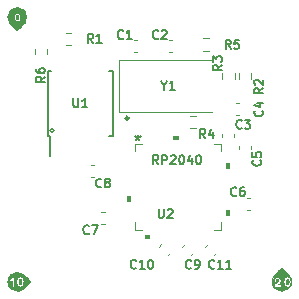
<source format=gto>
G04 #@! TF.GenerationSoftware,KiCad,Pcbnew,(6.0.0-0)*
G04 #@! TF.CreationDate,2022-05-15T17:03:53+02:00*
G04 #@! TF.ProjectId,rp2040_stamp,72703230-3430-45f7-9374-616d702e6b69,rev?*
G04 #@! TF.SameCoordinates,Original*
G04 #@! TF.FileFunction,Legend,Top*
G04 #@! TF.FilePolarity,Positive*
%FSLAX46Y46*%
G04 Gerber Fmt 4.6, Leading zero omitted, Abs format (unit mm)*
G04 Created by KiCad (PCBNEW (6.0.0-0)) date 2022-05-15 17:03:53*
%MOMM*%
%LPD*%
G01*
G04 APERTURE LIST*
%ADD10C,0.150000*%
%ADD11C,0.400000*%
%ADD12C,0.110000*%
%ADD13C,0.281155*%
%ADD14C,0.100000*%
%ADD15C,0.120000*%
%ADD16C,0.010000*%
G04 APERTURE END LIST*
D10*
X140799999Y-117300000D02*
X141399999Y-116700000D01*
D11*
X140950000Y-94300000D02*
G75*
G03*
X140950000Y-94300000I-650000J0D01*
G01*
D12*
X163500000Y-116700000D02*
G75*
G03*
X163500000Y-116700000I-800000J0D01*
G01*
D10*
X141000000Y-116350000D02*
X141100000Y-116800000D01*
X141100000Y-116800000D02*
X140825000Y-117250000D01*
X140825000Y-117250000D02*
X140625000Y-117375000D01*
X140625000Y-117375000D02*
X140375000Y-117450000D01*
X140375000Y-117450000D02*
X139925000Y-117350000D01*
X139925000Y-117350000D02*
X139725000Y-117175000D01*
X139725000Y-117175000D02*
X140700000Y-117275000D01*
X140700000Y-117275000D02*
X140900000Y-117000000D01*
X140900000Y-117000000D02*
X140950000Y-116550000D01*
X140950000Y-116550000D02*
X140825000Y-116225000D01*
X140825000Y-116225000D02*
X141000000Y-116350000D01*
G36*
X141000000Y-116350000D02*
G01*
X141100000Y-116800000D01*
X140825000Y-117250000D01*
X140625000Y-117375000D01*
X140375000Y-117450000D01*
X139925000Y-117350000D01*
X139725000Y-117175000D01*
X140700000Y-117275000D01*
X140900000Y-117000000D01*
X140950000Y-116550000D01*
X140825000Y-116225000D01*
X141000000Y-116350000D01*
G37*
X141000000Y-116350000D02*
X141100000Y-116800000D01*
X140825000Y-117250000D01*
X140625000Y-117375000D01*
X140375000Y-117450000D01*
X139925000Y-117350000D01*
X139725000Y-117175000D01*
X140700000Y-117275000D01*
X140900000Y-117000000D01*
X140950000Y-116550000D01*
X140825000Y-116225000D01*
X141000000Y-116350000D01*
X163300000Y-116200001D02*
X162700000Y-115600001D01*
X140300000Y-95400000D02*
X140900000Y-94800000D01*
X162700000Y-115600001D02*
X162100000Y-116200001D01*
D13*
X149740577Y-102850000D02*
G75*
G03*
X149740577Y-102850000I-140577J0D01*
G01*
D10*
X163050000Y-117350000D02*
X162700000Y-117450000D01*
X162700000Y-117450000D02*
X162350000Y-117350000D01*
X162350000Y-117350000D02*
X162150000Y-117200000D01*
X162150000Y-117200000D02*
X163250000Y-117200000D01*
X163250000Y-117200000D02*
X163050000Y-117350000D01*
G36*
X163050000Y-117350000D02*
G01*
X162700000Y-117450000D01*
X162350000Y-117350000D01*
X162150000Y-117200000D01*
X163250000Y-117200000D01*
X163050000Y-117350000D01*
G37*
X163050000Y-117350000D02*
X162700000Y-117450000D01*
X162350000Y-117350000D01*
X162150000Y-117200000D01*
X163250000Y-117200000D01*
X163050000Y-117350000D01*
X162700000Y-115600001D02*
X163000000Y-115900001D01*
X163000000Y-115900001D02*
X162400000Y-115900001D01*
X162400000Y-115900001D02*
X162700000Y-115600001D01*
G36*
X163000000Y-115900001D02*
G01*
X162400000Y-115900001D01*
X162700000Y-115600001D01*
X163000000Y-115900001D01*
G37*
X163000000Y-115900001D02*
X162400000Y-115900001D01*
X162700000Y-115600001D01*
X163000000Y-115900001D01*
D12*
X141100000Y-116700000D02*
G75*
G03*
X141100000Y-116700000I-800000J0D01*
G01*
D10*
X140300000Y-95400000D02*
X140000000Y-95100000D01*
X140000000Y-95100000D02*
X140600000Y-95100000D01*
X140600000Y-95100000D02*
X140300000Y-95400000D01*
G36*
X140300000Y-95400000D02*
G01*
X140000000Y-95100000D01*
X140600000Y-95100000D01*
X140300000Y-95400000D01*
G37*
X140300000Y-95400000D02*
X140000000Y-95100000D01*
X140600000Y-95100000D01*
X140300000Y-95400000D01*
X140750000Y-116100000D02*
X139850000Y-116100000D01*
X139850000Y-116100000D02*
X140300000Y-115950000D01*
X140300000Y-115950000D02*
X140750000Y-116100000D01*
G36*
X140750000Y-116100000D02*
G01*
X139850000Y-116100000D01*
X140300000Y-115950000D01*
X140750000Y-116100000D01*
G37*
X140750000Y-116100000D02*
X139850000Y-116100000D01*
X140300000Y-115950000D01*
X140750000Y-116100000D01*
X141399999Y-116700000D02*
X140799999Y-116100000D01*
X163100000Y-116100000D02*
X162300000Y-116100000D01*
X162300000Y-116100000D02*
X162400000Y-115900001D01*
X162400000Y-115900001D02*
X163000000Y-115900001D01*
X163000000Y-115900001D02*
X163100000Y-116100000D01*
G36*
X163100000Y-116100000D02*
G01*
X162300000Y-116100000D01*
X162400000Y-115900001D01*
X163000000Y-115900001D01*
X163100000Y-116100000D01*
G37*
X163100000Y-116100000D02*
X162300000Y-116100000D01*
X162400000Y-115900001D01*
X163000000Y-115900001D01*
X163100000Y-116100000D01*
X139700000Y-94800000D02*
X140300000Y-95400000D01*
D14*
X139575000Y-116950000D02*
X139525000Y-116700000D01*
X139525000Y-116700000D02*
X139575000Y-116400000D01*
X139575000Y-116400000D02*
X139575000Y-116950000D01*
G36*
X139575000Y-116950000D02*
G01*
X139525000Y-116700000D01*
X139575000Y-116400000D01*
X139575000Y-116950000D01*
G37*
X139575000Y-116950000D02*
X139525000Y-116700000D01*
X139575000Y-116400000D01*
X139575000Y-116950000D01*
D10*
X141399999Y-116700000D02*
X141099999Y-117000000D01*
X141099999Y-117000000D02*
X141099999Y-116400000D01*
X141099999Y-116400000D02*
X141399999Y-116700000D01*
G36*
X141399999Y-116700000D02*
G01*
X141099999Y-117000000D01*
X141099999Y-116400000D01*
X141399999Y-116700000D01*
G37*
X141399999Y-116700000D02*
X141099999Y-117000000D01*
X141099999Y-116400000D01*
X141399999Y-116700000D01*
X143392705Y-103875000D02*
G75*
G03*
X143392705Y-103875000I-167705J0D01*
G01*
X158375000Y-96964285D02*
X158125000Y-96607142D01*
X157946428Y-96964285D02*
X157946428Y-96214285D01*
X158232142Y-96214285D01*
X158303571Y-96250000D01*
X158339285Y-96285714D01*
X158375000Y-96357142D01*
X158375000Y-96464285D01*
X158339285Y-96535714D01*
X158303571Y-96571428D01*
X158232142Y-96607142D01*
X157946428Y-96607142D01*
X159053571Y-96214285D02*
X158696428Y-96214285D01*
X158660714Y-96571428D01*
X158696428Y-96535714D01*
X158767857Y-96500000D01*
X158946428Y-96500000D01*
X159017857Y-96535714D01*
X159053571Y-96571428D01*
X159089285Y-96642857D01*
X159089285Y-96821428D01*
X159053571Y-96892857D01*
X159017857Y-96928571D01*
X158946428Y-96964285D01*
X158767857Y-96964285D01*
X158696428Y-96928571D01*
X158660714Y-96892857D01*
X159300000Y-103667857D02*
X159264285Y-103703571D01*
X159157142Y-103739285D01*
X159085714Y-103739285D01*
X158978571Y-103703571D01*
X158907142Y-103632142D01*
X158871428Y-103560714D01*
X158835714Y-103417857D01*
X158835714Y-103310714D01*
X158871428Y-103167857D01*
X158907142Y-103096428D01*
X158978571Y-103025000D01*
X159085714Y-102989285D01*
X159157142Y-102989285D01*
X159264285Y-103025000D01*
X159300000Y-103060714D01*
X159550000Y-102989285D02*
X160014285Y-102989285D01*
X159764285Y-103275000D01*
X159871428Y-103275000D01*
X159942857Y-103310714D01*
X159978571Y-103346428D01*
X160014285Y-103417857D01*
X160014285Y-103596428D01*
X159978571Y-103667857D01*
X159942857Y-103703571D01*
X159871428Y-103739285D01*
X159657142Y-103739285D01*
X159585714Y-103703571D01*
X159550000Y-103667857D01*
X155025000Y-115517857D02*
X154989285Y-115553571D01*
X154882142Y-115589285D01*
X154810714Y-115589285D01*
X154703571Y-115553571D01*
X154632142Y-115482142D01*
X154596428Y-115410714D01*
X154560714Y-115267857D01*
X154560714Y-115160714D01*
X154596428Y-115017857D01*
X154632142Y-114946428D01*
X154703571Y-114875000D01*
X154810714Y-114839285D01*
X154882142Y-114839285D01*
X154989285Y-114875000D01*
X155025000Y-114910714D01*
X155382142Y-115589285D02*
X155525000Y-115589285D01*
X155596428Y-115553571D01*
X155632142Y-115517857D01*
X155703571Y-115410714D01*
X155739285Y-115267857D01*
X155739285Y-114982142D01*
X155703571Y-114910714D01*
X155667857Y-114875000D01*
X155596428Y-114839285D01*
X155453571Y-114839285D01*
X155382142Y-114875000D01*
X155346428Y-114910714D01*
X155310714Y-114982142D01*
X155310714Y-115160714D01*
X155346428Y-115232142D01*
X155382142Y-115267857D01*
X155453571Y-115303571D01*
X155596428Y-115303571D01*
X155667857Y-115267857D01*
X155703571Y-115232142D01*
X155739285Y-115160714D01*
X146725000Y-96464285D02*
X146475000Y-96107142D01*
X146296428Y-96464285D02*
X146296428Y-95714285D01*
X146582142Y-95714285D01*
X146653571Y-95750000D01*
X146689285Y-95785714D01*
X146725000Y-95857142D01*
X146725000Y-95964285D01*
X146689285Y-96035714D01*
X146653571Y-96071428D01*
X146582142Y-96107142D01*
X146296428Y-96107142D01*
X147439285Y-96464285D02*
X147010714Y-96464285D01*
X147225000Y-96464285D02*
X147225000Y-95714285D01*
X147153571Y-95821428D01*
X147082142Y-95892857D01*
X147010714Y-95928571D01*
X156992857Y-115517857D02*
X156957142Y-115553571D01*
X156850000Y-115589285D01*
X156778571Y-115589285D01*
X156671428Y-115553571D01*
X156600000Y-115482142D01*
X156564285Y-115410714D01*
X156528571Y-115267857D01*
X156528571Y-115160714D01*
X156564285Y-115017857D01*
X156600000Y-114946428D01*
X156671428Y-114875000D01*
X156778571Y-114839285D01*
X156850000Y-114839285D01*
X156957142Y-114875000D01*
X156992857Y-114910714D01*
X157707142Y-115589285D02*
X157278571Y-115589285D01*
X157492857Y-115589285D02*
X157492857Y-114839285D01*
X157421428Y-114946428D01*
X157350000Y-115017857D01*
X157278571Y-115053571D01*
X158421428Y-115589285D02*
X157992857Y-115589285D01*
X158207142Y-115589285D02*
X158207142Y-114839285D01*
X158135714Y-114946428D01*
X158064285Y-115017857D01*
X157992857Y-115053571D01*
X142639285Y-99325000D02*
X142282142Y-99575000D01*
X142639285Y-99753571D02*
X141889285Y-99753571D01*
X141889285Y-99467857D01*
X141925000Y-99396428D01*
X141960714Y-99360714D01*
X142032142Y-99325000D01*
X142139285Y-99325000D01*
X142210714Y-99360714D01*
X142246428Y-99396428D01*
X142282142Y-99467857D01*
X142282142Y-99753571D01*
X141889285Y-98682142D02*
X141889285Y-98825000D01*
X141925000Y-98896428D01*
X141960714Y-98932142D01*
X142067857Y-99003571D01*
X142210714Y-99039285D01*
X142496428Y-99039285D01*
X142567857Y-99003571D01*
X142603571Y-98967857D01*
X142639285Y-98896428D01*
X142639285Y-98753571D01*
X142603571Y-98682142D01*
X142567857Y-98646428D01*
X142496428Y-98610714D01*
X142317857Y-98610714D01*
X142246428Y-98646428D01*
X142210714Y-98682142D01*
X142175000Y-98753571D01*
X142175000Y-98896428D01*
X142210714Y-98967857D01*
X142246428Y-99003571D01*
X142317857Y-99039285D01*
X157614285Y-98325000D02*
X157257142Y-98575000D01*
X157614285Y-98753571D02*
X156864285Y-98753571D01*
X156864285Y-98467857D01*
X156900000Y-98396428D01*
X156935714Y-98360714D01*
X157007142Y-98325000D01*
X157114285Y-98325000D01*
X157185714Y-98360714D01*
X157221428Y-98396428D01*
X157257142Y-98467857D01*
X157257142Y-98753571D01*
X156864285Y-98075000D02*
X156864285Y-97610714D01*
X157150000Y-97860714D01*
X157150000Y-97753571D01*
X157185714Y-97682142D01*
X157221428Y-97646428D01*
X157292857Y-97610714D01*
X157471428Y-97610714D01*
X157542857Y-97646428D01*
X157578571Y-97682142D01*
X157614285Y-97753571D01*
X157614285Y-97967857D01*
X157578571Y-98039285D01*
X157542857Y-98075000D01*
X161042857Y-102200000D02*
X161078571Y-102235714D01*
X161114285Y-102342857D01*
X161114285Y-102414285D01*
X161078571Y-102521428D01*
X161007142Y-102592857D01*
X160935714Y-102628571D01*
X160792857Y-102664285D01*
X160685714Y-102664285D01*
X160542857Y-102628571D01*
X160471428Y-102592857D01*
X160400000Y-102521428D01*
X160364285Y-102414285D01*
X160364285Y-102342857D01*
X160400000Y-102235714D01*
X160435714Y-102200000D01*
X160614285Y-101557142D02*
X161114285Y-101557142D01*
X160328571Y-101735714D02*
X160864285Y-101914285D01*
X160864285Y-101450000D01*
X145053571Y-101164285D02*
X145053571Y-101771428D01*
X145089285Y-101842857D01*
X145125000Y-101878571D01*
X145196428Y-101914285D01*
X145339285Y-101914285D01*
X145410714Y-101878571D01*
X145446428Y-101842857D01*
X145482142Y-101771428D01*
X145482142Y-101164285D01*
X146232142Y-101914285D02*
X145803571Y-101914285D01*
X146017857Y-101914285D02*
X146017857Y-101164285D01*
X145946428Y-101271428D01*
X145875000Y-101342857D01*
X145803571Y-101378571D01*
X150367857Y-115517857D02*
X150332142Y-115553571D01*
X150225000Y-115589285D01*
X150153571Y-115589285D01*
X150046428Y-115553571D01*
X149975000Y-115482142D01*
X149939285Y-115410714D01*
X149903571Y-115267857D01*
X149903571Y-115160714D01*
X149939285Y-115017857D01*
X149975000Y-114946428D01*
X150046428Y-114875000D01*
X150153571Y-114839285D01*
X150225000Y-114839285D01*
X150332142Y-114875000D01*
X150367857Y-114910714D01*
X151082142Y-115589285D02*
X150653571Y-115589285D01*
X150867857Y-115589285D02*
X150867857Y-114839285D01*
X150796428Y-114946428D01*
X150725000Y-115017857D01*
X150653571Y-115053571D01*
X151546428Y-114839285D02*
X151617857Y-114839285D01*
X151689285Y-114875000D01*
X151725000Y-114910714D01*
X151760714Y-114982142D01*
X151796428Y-115125000D01*
X151796428Y-115303571D01*
X151760714Y-115446428D01*
X151725000Y-115517857D01*
X151689285Y-115553571D01*
X151617857Y-115589285D01*
X151546428Y-115589285D01*
X151475000Y-115553571D01*
X151439285Y-115517857D01*
X151403571Y-115446428D01*
X151367857Y-115303571D01*
X151367857Y-115125000D01*
X151403571Y-114982142D01*
X151439285Y-114910714D01*
X151475000Y-114875000D01*
X151546428Y-114839285D01*
X160892857Y-106425000D02*
X160928571Y-106460714D01*
X160964285Y-106567857D01*
X160964285Y-106639285D01*
X160928571Y-106746428D01*
X160857142Y-106817857D01*
X160785714Y-106853571D01*
X160642857Y-106889285D01*
X160535714Y-106889285D01*
X160392857Y-106853571D01*
X160321428Y-106817857D01*
X160250000Y-106746428D01*
X160214285Y-106639285D01*
X160214285Y-106567857D01*
X160250000Y-106460714D01*
X160285714Y-106425000D01*
X160214285Y-105746428D02*
X160214285Y-106103571D01*
X160571428Y-106139285D01*
X160535714Y-106103571D01*
X160500000Y-106032142D01*
X160500000Y-105853571D01*
X160535714Y-105782142D01*
X160571428Y-105746428D01*
X160642857Y-105710714D01*
X160821428Y-105710714D01*
X160892857Y-105746428D01*
X160928571Y-105782142D01*
X160964285Y-105853571D01*
X160964285Y-106032142D01*
X160928571Y-106103571D01*
X160892857Y-106139285D01*
X147425000Y-108642857D02*
X147389285Y-108678571D01*
X147282142Y-108714285D01*
X147210714Y-108714285D01*
X147103571Y-108678571D01*
X147032142Y-108607142D01*
X146996428Y-108535714D01*
X146960714Y-108392857D01*
X146960714Y-108285714D01*
X146996428Y-108142857D01*
X147032142Y-108071428D01*
X147103571Y-108000000D01*
X147210714Y-107964285D01*
X147282142Y-107964285D01*
X147389285Y-108000000D01*
X147425000Y-108035714D01*
X147853571Y-108285714D02*
X147782142Y-108250000D01*
X147746428Y-108214285D01*
X147710714Y-108142857D01*
X147710714Y-108107142D01*
X147746428Y-108035714D01*
X147782142Y-108000000D01*
X147853571Y-107964285D01*
X147996428Y-107964285D01*
X148067857Y-108000000D01*
X148103571Y-108035714D01*
X148139285Y-108107142D01*
X148139285Y-108142857D01*
X148103571Y-108214285D01*
X148067857Y-108250000D01*
X147996428Y-108285714D01*
X147853571Y-108285714D01*
X147782142Y-108321428D01*
X147746428Y-108357142D01*
X147710714Y-108428571D01*
X147710714Y-108571428D01*
X147746428Y-108642857D01*
X147782142Y-108678571D01*
X147853571Y-108714285D01*
X147996428Y-108714285D01*
X148067857Y-108678571D01*
X148103571Y-108642857D01*
X148139285Y-108571428D01*
X148139285Y-108428571D01*
X148103571Y-108357142D01*
X148067857Y-108321428D01*
X147996428Y-108285714D01*
X161114285Y-100300000D02*
X160757142Y-100550000D01*
X161114285Y-100728571D02*
X160364285Y-100728571D01*
X160364285Y-100442857D01*
X160400000Y-100371428D01*
X160435714Y-100335714D01*
X160507142Y-100300000D01*
X160614285Y-100300000D01*
X160685714Y-100335714D01*
X160721428Y-100371428D01*
X160757142Y-100442857D01*
X160757142Y-100728571D01*
X160435714Y-100014285D02*
X160400000Y-99978571D01*
X160364285Y-99907142D01*
X160364285Y-99728571D01*
X160400000Y-99657142D01*
X160435714Y-99621428D01*
X160507142Y-99585714D01*
X160578571Y-99585714D01*
X160685714Y-99621428D01*
X161114285Y-100050000D01*
X161114285Y-99585714D01*
X158850000Y-109367857D02*
X158814285Y-109403571D01*
X158707142Y-109439285D01*
X158635714Y-109439285D01*
X158528571Y-109403571D01*
X158457142Y-109332142D01*
X158421428Y-109260714D01*
X158385714Y-109117857D01*
X158385714Y-109010714D01*
X158421428Y-108867857D01*
X158457142Y-108796428D01*
X158528571Y-108725000D01*
X158635714Y-108689285D01*
X158707142Y-108689285D01*
X158814285Y-108725000D01*
X158850000Y-108760714D01*
X159492857Y-108689285D02*
X159350000Y-108689285D01*
X159278571Y-108725000D01*
X159242857Y-108760714D01*
X159171428Y-108867857D01*
X159135714Y-109010714D01*
X159135714Y-109296428D01*
X159171428Y-109367857D01*
X159207142Y-109403571D01*
X159278571Y-109439285D01*
X159421428Y-109439285D01*
X159492857Y-109403571D01*
X159528571Y-109367857D01*
X159564285Y-109296428D01*
X159564285Y-109117857D01*
X159528571Y-109046428D01*
X159492857Y-109010714D01*
X159421428Y-108975000D01*
X159278571Y-108975000D01*
X159207142Y-109010714D01*
X159171428Y-109046428D01*
X159135714Y-109117857D01*
X156225000Y-104514285D02*
X155975000Y-104157142D01*
X155796428Y-104514285D02*
X155796428Y-103764285D01*
X156082142Y-103764285D01*
X156153571Y-103800000D01*
X156189285Y-103835714D01*
X156225000Y-103907142D01*
X156225000Y-104014285D01*
X156189285Y-104085714D01*
X156153571Y-104121428D01*
X156082142Y-104157142D01*
X155796428Y-104157142D01*
X156867857Y-104014285D02*
X156867857Y-104514285D01*
X156689285Y-103728571D02*
X156510714Y-104264285D01*
X156975000Y-104264285D01*
X152278571Y-110539285D02*
X152278571Y-111146428D01*
X152314285Y-111217857D01*
X152350000Y-111253571D01*
X152421428Y-111289285D01*
X152564285Y-111289285D01*
X152635714Y-111253571D01*
X152671428Y-111217857D01*
X152707142Y-111146428D01*
X152707142Y-110539285D01*
X153028571Y-110610714D02*
X153064285Y-110575000D01*
X153135714Y-110539285D01*
X153314285Y-110539285D01*
X153385714Y-110575000D01*
X153421428Y-110610714D01*
X153457142Y-110682142D01*
X153457142Y-110753571D01*
X153421428Y-110860714D01*
X152992857Y-111289285D01*
X153457142Y-111289285D01*
X152253571Y-106739285D02*
X152003571Y-106382142D01*
X151825000Y-106739285D02*
X151825000Y-105989285D01*
X152110714Y-105989285D01*
X152182142Y-106025000D01*
X152217857Y-106060714D01*
X152253571Y-106132142D01*
X152253571Y-106239285D01*
X152217857Y-106310714D01*
X152182142Y-106346428D01*
X152110714Y-106382142D01*
X151825000Y-106382142D01*
X152575000Y-106739285D02*
X152575000Y-105989285D01*
X152860714Y-105989285D01*
X152932142Y-106025000D01*
X152967857Y-106060714D01*
X153003571Y-106132142D01*
X153003571Y-106239285D01*
X152967857Y-106310714D01*
X152932142Y-106346428D01*
X152860714Y-106382142D01*
X152575000Y-106382142D01*
X153289285Y-106060714D02*
X153325000Y-106025000D01*
X153396428Y-105989285D01*
X153575000Y-105989285D01*
X153646428Y-106025000D01*
X153682142Y-106060714D01*
X153717857Y-106132142D01*
X153717857Y-106203571D01*
X153682142Y-106310714D01*
X153253571Y-106739285D01*
X153717857Y-106739285D01*
X154182142Y-105989285D02*
X154253571Y-105989285D01*
X154325000Y-106025000D01*
X154360714Y-106060714D01*
X154396428Y-106132142D01*
X154432142Y-106275000D01*
X154432142Y-106453571D01*
X154396428Y-106596428D01*
X154360714Y-106667857D01*
X154325000Y-106703571D01*
X154253571Y-106739285D01*
X154182142Y-106739285D01*
X154110714Y-106703571D01*
X154075000Y-106667857D01*
X154039285Y-106596428D01*
X154003571Y-106453571D01*
X154003571Y-106275000D01*
X154039285Y-106132142D01*
X154075000Y-106060714D01*
X154110714Y-106025000D01*
X154182142Y-105989285D01*
X155075000Y-106239285D02*
X155075000Y-106739285D01*
X154896428Y-105953571D02*
X154717857Y-106489285D01*
X155182142Y-106489285D01*
X155610714Y-105989285D02*
X155682142Y-105989285D01*
X155753571Y-106025000D01*
X155789285Y-106060714D01*
X155825000Y-106132142D01*
X155860714Y-106275000D01*
X155860714Y-106453571D01*
X155825000Y-106596428D01*
X155789285Y-106667857D01*
X155753571Y-106703571D01*
X155682142Y-106739285D01*
X155610714Y-106739285D01*
X155539285Y-106703571D01*
X155503571Y-106667857D01*
X155467857Y-106596428D01*
X155432142Y-106453571D01*
X155432142Y-106275000D01*
X155467857Y-106132142D01*
X155503571Y-106060714D01*
X155539285Y-106025000D01*
X155610714Y-105989285D01*
X150500000Y-104252380D02*
X150500000Y-104490476D01*
X150261904Y-104395238D02*
X150500000Y-104490476D01*
X150738095Y-104395238D01*
X150357142Y-104680952D02*
X150500000Y-104490476D01*
X150642857Y-104680952D01*
X152742857Y-100082142D02*
X152742857Y-100439285D01*
X152492857Y-99689285D02*
X152742857Y-100082142D01*
X152992857Y-99689285D01*
X153635714Y-100439285D02*
X153207142Y-100439285D01*
X153421428Y-100439285D02*
X153421428Y-99689285D01*
X153350000Y-99796428D01*
X153278571Y-99867857D01*
X153207142Y-99903571D01*
X146375000Y-112592857D02*
X146339285Y-112628571D01*
X146232142Y-112664285D01*
X146160714Y-112664285D01*
X146053571Y-112628571D01*
X145982142Y-112557142D01*
X145946428Y-112485714D01*
X145910714Y-112342857D01*
X145910714Y-112235714D01*
X145946428Y-112092857D01*
X145982142Y-112021428D01*
X146053571Y-111950000D01*
X146160714Y-111914285D01*
X146232142Y-111914285D01*
X146339285Y-111950000D01*
X146375000Y-111985714D01*
X146625000Y-111914285D02*
X147125000Y-111914285D01*
X146803571Y-112664285D01*
X149275000Y-96067857D02*
X149239285Y-96103571D01*
X149132142Y-96139285D01*
X149060714Y-96139285D01*
X148953571Y-96103571D01*
X148882142Y-96032142D01*
X148846428Y-95960714D01*
X148810714Y-95817857D01*
X148810714Y-95710714D01*
X148846428Y-95567857D01*
X148882142Y-95496428D01*
X148953571Y-95425000D01*
X149060714Y-95389285D01*
X149132142Y-95389285D01*
X149239285Y-95425000D01*
X149275000Y-95460714D01*
X149989285Y-96139285D02*
X149560714Y-96139285D01*
X149775000Y-96139285D02*
X149775000Y-95389285D01*
X149703571Y-95496428D01*
X149632142Y-95567857D01*
X149560714Y-95603571D01*
X152250000Y-96067857D02*
X152214285Y-96103571D01*
X152107142Y-96139285D01*
X152035714Y-96139285D01*
X151928571Y-96103571D01*
X151857142Y-96032142D01*
X151821428Y-95960714D01*
X151785714Y-95817857D01*
X151785714Y-95710714D01*
X151821428Y-95567857D01*
X151857142Y-95496428D01*
X151928571Y-95425000D01*
X152035714Y-95389285D01*
X152107142Y-95389285D01*
X152214285Y-95425000D01*
X152250000Y-95460714D01*
X152535714Y-95460714D02*
X152571428Y-95425000D01*
X152642857Y-95389285D01*
X152821428Y-95389285D01*
X152892857Y-95425000D01*
X152928571Y-95460714D01*
X152964285Y-95532142D01*
X152964285Y-95603571D01*
X152928571Y-95710714D01*
X152500000Y-96139285D01*
X152964285Y-96139285D01*
D15*
X156037742Y-97147500D02*
X156512258Y-97147500D01*
X156037742Y-96102500D02*
X156512258Y-96102500D01*
X158685000Y-104465580D02*
X158685000Y-104184420D01*
X157665000Y-104465580D02*
X157665000Y-104184420D01*
X154463781Y-113539970D02*
X154264970Y-113738781D01*
X155185030Y-114261219D02*
X154986219Y-114460030D01*
X144412742Y-95602500D02*
X144887258Y-95602500D01*
X144412742Y-96647500D02*
X144887258Y-96647500D01*
X157135030Y-114261219D02*
X156936219Y-114460030D01*
X156413781Y-113539970D02*
X156214970Y-113738781D01*
X141777500Y-96962742D02*
X141777500Y-97437258D01*
X142822500Y-96962742D02*
X142822500Y-97437258D01*
X157677500Y-99512258D02*
X157677500Y-99037742D01*
X158722500Y-99512258D02*
X158722500Y-99037742D01*
X158784420Y-101565000D02*
X159065580Y-101565000D01*
X158784420Y-102585000D02*
X159065580Y-102585000D01*
D10*
X142870000Y-104325000D02*
X142870000Y-98825000D01*
X148380000Y-104325000D02*
X148080000Y-104325000D01*
X142870000Y-104325000D02*
X143075000Y-104325000D01*
X148380000Y-98825000D02*
X148080000Y-98825000D01*
X143075000Y-104325000D02*
X143075000Y-106075000D01*
X148380000Y-104325000D02*
X148380000Y-98825000D01*
X142870000Y-98825000D02*
X143170000Y-98825000D01*
D16*
X139600000Y-117000000D02*
X139700000Y-117150000D01*
X139700000Y-117150000D02*
X140700000Y-117290000D01*
X140700000Y-117290000D02*
X140900000Y-117050000D01*
X140900000Y-117050000D02*
X140900000Y-116350000D01*
X140900000Y-116350000D02*
X140750000Y-116110000D01*
X140750000Y-116110000D02*
X139800000Y-116110000D01*
X139800000Y-116110000D02*
X139600000Y-116300000D01*
X139600000Y-116300000D02*
X139850000Y-116310000D01*
X139850000Y-116310000D02*
X139890000Y-116290000D01*
X139890000Y-116290000D02*
X139950000Y-116280000D01*
X139950000Y-116280000D02*
X140000000Y-116300000D01*
X140000000Y-116300000D02*
X140020000Y-116340000D01*
X140020000Y-116340000D02*
X140250000Y-116460000D01*
X140250000Y-116460000D02*
X140270000Y-116400000D01*
X140270000Y-116400000D02*
X140300000Y-116360000D01*
X140300000Y-116360000D02*
X140330000Y-116310000D01*
X140330000Y-116310000D02*
X140380000Y-116290000D01*
X140380000Y-116290000D02*
X140430000Y-116260000D01*
X140430000Y-116260000D02*
X140490000Y-116250000D01*
X140490000Y-116250000D02*
X140560000Y-116250000D01*
X140560000Y-116250000D02*
X140610000Y-116260000D01*
X140610000Y-116260000D02*
X140670000Y-116280000D01*
X140670000Y-116280000D02*
X140720000Y-116320000D01*
X140720000Y-116320000D02*
X140760000Y-116360000D01*
X140760000Y-116360000D02*
X140790000Y-116410000D01*
X140790000Y-116410000D02*
X140810000Y-116460000D01*
X140810000Y-116460000D02*
X140830000Y-116520000D01*
X140830000Y-116520000D02*
X140840000Y-116580000D01*
X140840000Y-116580000D02*
X140840000Y-116640000D01*
X140840000Y-116640000D02*
X140850000Y-116700000D01*
X140850000Y-116700000D02*
X140840000Y-116770000D01*
X140840000Y-116770000D02*
X140830000Y-116830000D01*
X140830000Y-116830000D02*
X140820000Y-116890000D01*
X140820000Y-116890000D02*
X140800000Y-116940000D01*
X140800000Y-116940000D02*
X140770000Y-116980000D01*
X140770000Y-116980000D02*
X140740000Y-117030000D01*
X140740000Y-117030000D02*
X140700000Y-117070000D01*
X140700000Y-117070000D02*
X140650000Y-117090000D01*
X140650000Y-117090000D02*
X140590000Y-117110000D01*
X140590000Y-117110000D02*
X140530000Y-117110000D01*
X140530000Y-117110000D02*
X140470000Y-117110000D01*
X140470000Y-117110000D02*
X140410000Y-117090000D01*
X140410000Y-117090000D02*
X140360000Y-117070000D01*
X140360000Y-117070000D02*
X140310000Y-117030000D01*
X140310000Y-117030000D02*
X140280000Y-116990000D01*
X140280000Y-116990000D02*
X140250000Y-116930000D01*
X140250000Y-116930000D02*
X140230000Y-116880000D01*
X140230000Y-116880000D02*
X140220000Y-116820000D01*
X140220000Y-116820000D02*
X140210000Y-116760000D01*
X140210000Y-116760000D02*
X140210000Y-116700000D01*
X140210000Y-116700000D02*
X140210000Y-116630000D01*
X140210000Y-116630000D02*
X140220000Y-116570000D01*
X140220000Y-116570000D02*
X140230000Y-116520000D01*
X140230000Y-116520000D02*
X140250000Y-116460000D01*
X140250000Y-116460000D02*
X140020000Y-116340000D01*
X140020000Y-116340000D02*
X140020000Y-117060000D01*
X140020000Y-117060000D02*
X140000000Y-117100000D01*
X140000000Y-117100000D02*
X139940000Y-117110000D01*
X139940000Y-117110000D02*
X139860000Y-117110000D01*
X139860000Y-117110000D02*
X139830000Y-117070000D01*
X139830000Y-117070000D02*
X139820000Y-117020000D01*
X139820000Y-117020000D02*
X139820000Y-116660000D01*
X139820000Y-116660000D02*
X139810000Y-116620000D01*
X139810000Y-116620000D02*
X139760000Y-116650000D01*
X139760000Y-116650000D02*
X139710000Y-116660000D01*
X139710000Y-116660000D02*
X139660000Y-116620000D01*
X139660000Y-116620000D02*
X139630000Y-116560000D01*
X139630000Y-116560000D02*
X139630000Y-116520000D01*
X139630000Y-116520000D02*
X139680000Y-116470000D01*
X139680000Y-116470000D02*
X139850000Y-116310000D01*
X139850000Y-116310000D02*
X139600000Y-116300000D01*
X139600000Y-116300000D02*
X139600000Y-117000000D01*
G36*
X140750000Y-116110000D02*
G01*
X140900000Y-116350000D01*
X140900000Y-117050000D01*
X140700000Y-117290000D01*
X139700000Y-117150000D01*
X139600000Y-117000000D01*
X139600000Y-116560000D01*
X139630000Y-116560000D01*
X139660000Y-116620000D01*
X139710000Y-116660000D01*
X139760000Y-116650000D01*
X139810000Y-116620000D01*
X139820000Y-116660000D01*
X139820000Y-117020000D01*
X139830000Y-117070000D01*
X139860000Y-117110000D01*
X139940000Y-117110000D01*
X140000000Y-117100000D01*
X140020000Y-117060000D01*
X140020000Y-116760000D01*
X140210000Y-116760000D01*
X140230000Y-116880000D01*
X140250000Y-116930000D01*
X140280000Y-116990000D01*
X140310000Y-117030000D01*
X140360000Y-117070000D01*
X140410000Y-117090000D01*
X140470000Y-117110000D01*
X140590000Y-117110000D01*
X140650000Y-117090000D01*
X140700000Y-117070000D01*
X140740000Y-117030000D01*
X140770000Y-116980000D01*
X140800000Y-116940000D01*
X140820000Y-116890000D01*
X140840000Y-116770000D01*
X140850000Y-116700000D01*
X140840000Y-116640000D01*
X140840000Y-116580000D01*
X140830000Y-116520000D01*
X140810000Y-116460000D01*
X140790000Y-116410000D01*
X140760000Y-116360000D01*
X140720000Y-116320000D01*
X140670000Y-116280000D01*
X140610000Y-116260000D01*
X140560000Y-116250000D01*
X140490000Y-116250000D01*
X140430000Y-116260000D01*
X140380000Y-116290000D01*
X140330000Y-116310000D01*
X140300000Y-116360000D01*
X140270000Y-116400000D01*
X140230000Y-116520000D01*
X140220000Y-116570000D01*
X140210000Y-116630000D01*
X140210000Y-116760000D01*
X140020000Y-116760000D01*
X140020000Y-116340000D01*
X140000000Y-116300000D01*
X139950000Y-116280000D01*
X139890000Y-116290000D01*
X139850000Y-116310000D01*
X139680000Y-116470000D01*
X139630000Y-116520000D01*
X139630000Y-116560000D01*
X139600000Y-116560000D01*
X139600000Y-116300000D01*
X139800000Y-116110000D01*
X140750000Y-116110000D01*
G37*
X140750000Y-116110000D02*
X140900000Y-116350000D01*
X140900000Y-117050000D01*
X140700000Y-117290000D01*
X139700000Y-117150000D01*
X139600000Y-117000000D01*
X139600000Y-116560000D01*
X139630000Y-116560000D01*
X139660000Y-116620000D01*
X139710000Y-116660000D01*
X139760000Y-116650000D01*
X139810000Y-116620000D01*
X139820000Y-116660000D01*
X139820000Y-117020000D01*
X139830000Y-117070000D01*
X139860000Y-117110000D01*
X139940000Y-117110000D01*
X140000000Y-117100000D01*
X140020000Y-117060000D01*
X140020000Y-116760000D01*
X140210000Y-116760000D01*
X140230000Y-116880000D01*
X140250000Y-116930000D01*
X140280000Y-116990000D01*
X140310000Y-117030000D01*
X140360000Y-117070000D01*
X140410000Y-117090000D01*
X140470000Y-117110000D01*
X140590000Y-117110000D01*
X140650000Y-117090000D01*
X140700000Y-117070000D01*
X140740000Y-117030000D01*
X140770000Y-116980000D01*
X140800000Y-116940000D01*
X140820000Y-116890000D01*
X140840000Y-116770000D01*
X140850000Y-116700000D01*
X140840000Y-116640000D01*
X140840000Y-116580000D01*
X140830000Y-116520000D01*
X140810000Y-116460000D01*
X140790000Y-116410000D01*
X140760000Y-116360000D01*
X140720000Y-116320000D01*
X140670000Y-116280000D01*
X140610000Y-116260000D01*
X140560000Y-116250000D01*
X140490000Y-116250000D01*
X140430000Y-116260000D01*
X140380000Y-116290000D01*
X140330000Y-116310000D01*
X140300000Y-116360000D01*
X140270000Y-116400000D01*
X140230000Y-116520000D01*
X140220000Y-116570000D01*
X140210000Y-116630000D01*
X140210000Y-116760000D01*
X140020000Y-116760000D01*
X140020000Y-116340000D01*
X140000000Y-116300000D01*
X139950000Y-116280000D01*
X139890000Y-116290000D01*
X139850000Y-116310000D01*
X139680000Y-116470000D01*
X139630000Y-116520000D01*
X139630000Y-116560000D01*
X139600000Y-116560000D01*
X139600000Y-116300000D01*
X139800000Y-116110000D01*
X140750000Y-116110000D01*
X140530000Y-116910000D02*
X140570000Y-116900000D01*
X140570000Y-116900000D02*
X140610000Y-116870000D01*
X140610000Y-116870000D02*
X140630000Y-116820000D01*
X140630000Y-116820000D02*
X140640000Y-116750000D01*
X140640000Y-116750000D02*
X140640000Y-116670000D01*
X140640000Y-116670000D02*
X140640000Y-116580000D01*
X140640000Y-116580000D02*
X140620000Y-116520000D01*
X140620000Y-116520000D02*
X140590000Y-116480000D01*
X140590000Y-116480000D02*
X140560000Y-116460000D01*
X140560000Y-116460000D02*
X140510000Y-116450000D01*
X140510000Y-116450000D02*
X140470000Y-116470000D01*
X140470000Y-116470000D02*
X140440000Y-116500000D01*
X140440000Y-116500000D02*
X140420000Y-116560000D01*
X140420000Y-116560000D02*
X140410000Y-116630000D01*
X140410000Y-116630000D02*
X140410000Y-116720000D01*
X140410000Y-116720000D02*
X140420000Y-116800000D01*
X140420000Y-116800000D02*
X140440000Y-116860000D01*
X140440000Y-116860000D02*
X140470000Y-116890000D01*
X140470000Y-116890000D02*
X140510000Y-116910000D01*
X140510000Y-116910000D02*
X140530000Y-116910000D01*
X140530000Y-116910000D02*
X140530000Y-116910000D01*
G36*
X140560000Y-116460000D02*
G01*
X140590000Y-116480000D01*
X140620000Y-116520000D01*
X140640000Y-116580000D01*
X140640000Y-116750000D01*
X140630000Y-116820000D01*
X140610000Y-116870000D01*
X140570000Y-116900000D01*
X140530000Y-116910000D01*
X140510000Y-116910000D01*
X140470000Y-116890000D01*
X140440000Y-116860000D01*
X140420000Y-116800000D01*
X140410000Y-116720000D01*
X140410000Y-116630000D01*
X140420000Y-116560000D01*
X140440000Y-116500000D01*
X140470000Y-116470000D01*
X140510000Y-116450000D01*
X140560000Y-116460000D01*
G37*
X140560000Y-116460000D02*
X140590000Y-116480000D01*
X140620000Y-116520000D01*
X140640000Y-116580000D01*
X140640000Y-116750000D01*
X140630000Y-116820000D01*
X140610000Y-116870000D01*
X140570000Y-116900000D01*
X140530000Y-116910000D01*
X140510000Y-116910000D01*
X140470000Y-116890000D01*
X140440000Y-116860000D01*
X140420000Y-116800000D01*
X140410000Y-116720000D01*
X140410000Y-116630000D01*
X140420000Y-116560000D01*
X140440000Y-116500000D01*
X140470000Y-116470000D01*
X140510000Y-116450000D01*
X140560000Y-116460000D01*
D15*
X152513781Y-113539970D02*
X152314970Y-113738781D01*
X153235030Y-114261219D02*
X153036219Y-114460030D01*
D16*
X139970000Y-93790000D02*
X139770000Y-93790000D01*
X139770000Y-93790000D02*
X139750000Y-93820000D01*
X139750000Y-93820000D02*
X139750000Y-94780000D01*
X139750000Y-94780000D02*
X139770000Y-94810000D01*
X139770000Y-94810000D02*
X140940000Y-94810000D01*
X140940000Y-94810000D02*
X140950000Y-94770000D01*
X140950000Y-94770000D02*
X140950000Y-93810000D01*
X140950000Y-93810000D02*
X140910000Y-93790000D01*
X140910000Y-93790000D02*
X140000000Y-93790000D01*
X140000000Y-93790000D02*
X140130000Y-93970000D01*
X140130000Y-93970000D02*
X140170000Y-93950000D01*
X140170000Y-93950000D02*
X140220000Y-93930000D01*
X140220000Y-93930000D02*
X140270000Y-93920000D01*
X140270000Y-93920000D02*
X140320000Y-93910000D01*
X140320000Y-93910000D02*
X140370000Y-93920000D01*
X140370000Y-93920000D02*
X140420000Y-93940000D01*
X140420000Y-93940000D02*
X140460000Y-93970000D01*
X140460000Y-93970000D02*
X140490000Y-94010000D01*
X140490000Y-94010000D02*
X140520000Y-94050000D01*
X140520000Y-94050000D02*
X140540000Y-94100000D01*
X140540000Y-94100000D02*
X140550000Y-94150000D01*
X140550000Y-94150000D02*
X140560000Y-94190000D01*
X140560000Y-94190000D02*
X140570000Y-94250000D01*
X140570000Y-94250000D02*
X140570000Y-94300000D01*
X140570000Y-94300000D02*
X140570000Y-94360000D01*
X140570000Y-94360000D02*
X140560000Y-94410000D01*
X140560000Y-94410000D02*
X140550000Y-94460000D01*
X140550000Y-94460000D02*
X140530000Y-94500000D01*
X140530000Y-94500000D02*
X140510000Y-94540000D01*
X140510000Y-94540000D02*
X140480000Y-94580000D01*
X140480000Y-94580000D02*
X140440000Y-94610000D01*
X140440000Y-94610000D02*
X140400000Y-94640000D01*
X140400000Y-94640000D02*
X140350000Y-94650000D01*
X140350000Y-94650000D02*
X140300000Y-94660000D01*
X140300000Y-94660000D02*
X140250000Y-94650000D01*
X140250000Y-94650000D02*
X140200000Y-94640000D01*
X140200000Y-94640000D02*
X140150000Y-94610000D01*
X140150000Y-94610000D02*
X140110000Y-94580000D01*
X140110000Y-94580000D02*
X140090000Y-94550000D01*
X140090000Y-94550000D02*
X140060000Y-94500000D01*
X140060000Y-94500000D02*
X140050000Y-94450000D01*
X140050000Y-94450000D02*
X140040000Y-94410000D01*
X140040000Y-94410000D02*
X140030000Y-94360000D01*
X140030000Y-94360000D02*
X140030000Y-94300000D01*
X140030000Y-94300000D02*
X140030000Y-94250000D01*
X140030000Y-94250000D02*
X140030000Y-94190000D01*
X140030000Y-94190000D02*
X140040000Y-94150000D01*
X140040000Y-94150000D02*
X140060000Y-94100000D01*
X140060000Y-94100000D02*
X140080000Y-94050000D01*
X140080000Y-94050000D02*
X140100000Y-94010000D01*
X140100000Y-94010000D02*
X140130000Y-93970000D01*
X140130000Y-93970000D02*
X140000000Y-93790000D01*
X140000000Y-93790000D02*
X139970000Y-93790000D01*
X139970000Y-93790000D02*
X139970000Y-93790000D01*
G36*
X140950000Y-93810000D02*
G01*
X140950000Y-94770000D01*
X140940000Y-94810000D01*
X139770000Y-94810000D01*
X139750000Y-94780000D01*
X139750000Y-94360000D01*
X140030000Y-94360000D01*
X140040000Y-94410000D01*
X140050000Y-94450000D01*
X140060000Y-94500000D01*
X140090000Y-94550000D01*
X140110000Y-94580000D01*
X140150000Y-94610000D01*
X140200000Y-94640000D01*
X140300000Y-94660000D01*
X140400000Y-94640000D01*
X140480000Y-94580000D01*
X140510000Y-94540000D01*
X140550000Y-94460000D01*
X140570000Y-94360000D01*
X140570000Y-94250000D01*
X140560000Y-94190000D01*
X140550000Y-94150000D01*
X140540000Y-94100000D01*
X140520000Y-94050000D01*
X140460000Y-93970000D01*
X140420000Y-93940000D01*
X140370000Y-93920000D01*
X140320000Y-93910000D01*
X140220000Y-93930000D01*
X140170000Y-93950000D01*
X140130000Y-93970000D01*
X140100000Y-94010000D01*
X140080000Y-94050000D01*
X140040000Y-94150000D01*
X140030000Y-94190000D01*
X140030000Y-94360000D01*
X139750000Y-94360000D01*
X139750000Y-93820000D01*
X139770000Y-93790000D01*
X140910000Y-93790000D01*
X140950000Y-93810000D01*
G37*
X140950000Y-93810000D02*
X140950000Y-94770000D01*
X140940000Y-94810000D01*
X139770000Y-94810000D01*
X139750000Y-94780000D01*
X139750000Y-94360000D01*
X140030000Y-94360000D01*
X140040000Y-94410000D01*
X140050000Y-94450000D01*
X140060000Y-94500000D01*
X140090000Y-94550000D01*
X140110000Y-94580000D01*
X140150000Y-94610000D01*
X140200000Y-94640000D01*
X140300000Y-94660000D01*
X140400000Y-94640000D01*
X140480000Y-94580000D01*
X140510000Y-94540000D01*
X140550000Y-94460000D01*
X140570000Y-94360000D01*
X140570000Y-94250000D01*
X140560000Y-94190000D01*
X140550000Y-94150000D01*
X140540000Y-94100000D01*
X140520000Y-94050000D01*
X140460000Y-93970000D01*
X140420000Y-93940000D01*
X140370000Y-93920000D01*
X140320000Y-93910000D01*
X140220000Y-93930000D01*
X140170000Y-93950000D01*
X140130000Y-93970000D01*
X140100000Y-94010000D01*
X140080000Y-94050000D01*
X140040000Y-94150000D01*
X140030000Y-94190000D01*
X140030000Y-94360000D01*
X139750000Y-94360000D01*
X139750000Y-93820000D01*
X139770000Y-93790000D01*
X140910000Y-93790000D01*
X140950000Y-93810000D01*
X140300000Y-94480000D02*
X140340000Y-94470000D01*
X140340000Y-94470000D02*
X140360000Y-94450000D01*
X140360000Y-94450000D02*
X140380000Y-94410000D01*
X140380000Y-94410000D02*
X140400000Y-94350000D01*
X140400000Y-94350000D02*
X140400000Y-94270000D01*
X140400000Y-94270000D02*
X140390000Y-94200000D01*
X140390000Y-94200000D02*
X140380000Y-94150000D01*
X140380000Y-94150000D02*
X140360000Y-94110000D01*
X140360000Y-94110000D02*
X140330000Y-94090000D01*
X140330000Y-94090000D02*
X140290000Y-94090000D01*
X140290000Y-94090000D02*
X140250000Y-94100000D01*
X140250000Y-94100000D02*
X140230000Y-94130000D01*
X140230000Y-94130000D02*
X140210000Y-94180000D01*
X140210000Y-94180000D02*
X140200000Y-94240000D01*
X140200000Y-94240000D02*
X140200000Y-94320000D01*
X140200000Y-94320000D02*
X140210000Y-94380000D01*
X140210000Y-94380000D02*
X140220000Y-94430000D01*
X140220000Y-94430000D02*
X140250000Y-94470000D01*
X140250000Y-94470000D02*
X140280000Y-94480000D01*
X140280000Y-94480000D02*
X140300000Y-94480000D01*
X140300000Y-94480000D02*
X140300000Y-94480000D01*
G36*
X140360000Y-94110000D02*
G01*
X140380000Y-94150000D01*
X140390000Y-94200000D01*
X140400000Y-94270000D01*
X140400000Y-94350000D01*
X140380000Y-94410000D01*
X140360000Y-94450000D01*
X140340000Y-94470000D01*
X140300000Y-94480000D01*
X140280000Y-94480000D01*
X140250000Y-94470000D01*
X140220000Y-94430000D01*
X140210000Y-94380000D01*
X140200000Y-94320000D01*
X140200000Y-94240000D01*
X140210000Y-94180000D01*
X140230000Y-94130000D01*
X140250000Y-94100000D01*
X140290000Y-94090000D01*
X140330000Y-94090000D01*
X140360000Y-94110000D01*
G37*
X140360000Y-94110000D02*
X140380000Y-94150000D01*
X140390000Y-94200000D01*
X140400000Y-94270000D01*
X140400000Y-94350000D01*
X140380000Y-94410000D01*
X140360000Y-94450000D01*
X140340000Y-94470000D01*
X140300000Y-94480000D01*
X140280000Y-94480000D01*
X140250000Y-94470000D01*
X140220000Y-94430000D01*
X140210000Y-94380000D01*
X140200000Y-94320000D01*
X140200000Y-94240000D01*
X140210000Y-94180000D01*
X140230000Y-94130000D01*
X140250000Y-94100000D01*
X140290000Y-94090000D01*
X140330000Y-94090000D01*
X140360000Y-94110000D01*
D15*
X159090000Y-105490580D02*
X159090000Y-105209420D01*
X160110000Y-105490580D02*
X160110000Y-105209420D01*
X146815580Y-106815000D02*
X146534420Y-106815000D01*
X146815580Y-107835000D02*
X146534420Y-107835000D01*
X159052500Y-99512258D02*
X159052500Y-99037742D01*
X160097500Y-99512258D02*
X160097500Y-99037742D01*
X159734420Y-109565000D02*
X160015580Y-109565000D01*
X159734420Y-110585000D02*
X160015580Y-110585000D01*
X155412258Y-102627500D02*
X154937742Y-102627500D01*
X155412258Y-103672500D02*
X154937742Y-103672500D01*
X150267800Y-111672040D02*
X150267800Y-112282200D01*
X157532200Y-105627960D02*
X157532200Y-105017800D01*
X150267800Y-112282200D02*
X150877960Y-112282200D01*
X150877960Y-105017800D02*
X150267800Y-105017800D01*
X157532200Y-105017800D02*
X156922040Y-105017800D01*
X156922040Y-112282200D02*
X157532200Y-112282200D01*
X157532200Y-112282200D02*
X157532200Y-111672040D01*
X150267800Y-105017800D02*
X150267800Y-105627960D01*
D14*
X158213199Y-110659501D02*
X158213199Y-111040501D01*
X158213199Y-111040501D02*
X157959199Y-111040501D01*
X157959199Y-111040501D02*
X157959199Y-110659501D01*
X157959199Y-110659501D02*
X158213199Y-110659501D01*
G36*
X158213199Y-111040501D02*
G01*
X157959199Y-111040501D01*
X157959199Y-110659501D01*
X158213199Y-110659501D01*
X158213199Y-111040501D01*
G37*
X158213199Y-111040501D02*
X157959199Y-111040501D01*
X157959199Y-110659501D01*
X158213199Y-110659501D01*
X158213199Y-111040501D01*
X151109501Y-112709199D02*
X151109501Y-112963199D01*
X151109501Y-112963199D02*
X151490501Y-112963199D01*
X151490501Y-112963199D02*
X151490501Y-112709199D01*
X151490501Y-112709199D02*
X151109501Y-112709199D01*
G36*
X151490501Y-112963199D02*
G01*
X151109501Y-112963199D01*
X151109501Y-112709199D01*
X151490501Y-112709199D01*
X151490501Y-112963199D01*
G37*
X151490501Y-112963199D02*
X151109501Y-112963199D01*
X151109501Y-112709199D01*
X151490501Y-112709199D01*
X151490501Y-112963199D01*
X158213199Y-106659501D02*
X158213199Y-107040501D01*
X158213199Y-107040501D02*
X157959199Y-107040501D01*
X157959199Y-107040501D02*
X157959199Y-106659501D01*
X157959199Y-106659501D02*
X158213199Y-106659501D01*
G36*
X158213199Y-107040501D02*
G01*
X157959199Y-107040501D01*
X157959199Y-106659501D01*
X158213199Y-106659501D01*
X158213199Y-107040501D01*
G37*
X158213199Y-107040501D02*
X157959199Y-107040501D01*
X157959199Y-106659501D01*
X158213199Y-106659501D01*
X158213199Y-107040501D01*
X153509500Y-104590801D02*
X153509500Y-104336801D01*
X153509500Y-104336801D02*
X153890500Y-104336801D01*
X153890500Y-104336801D02*
X153890500Y-104590801D01*
X153890500Y-104590801D02*
X153509500Y-104590801D01*
G36*
X153890500Y-104590801D02*
G01*
X153509500Y-104590801D01*
X153509500Y-104336801D01*
X153890500Y-104336801D01*
X153890500Y-104590801D01*
G37*
X153890500Y-104590801D02*
X153509500Y-104590801D01*
X153509500Y-104336801D01*
X153890500Y-104336801D01*
X153890500Y-104590801D01*
X149586801Y-109459501D02*
X149586801Y-109840501D01*
X149586801Y-109840501D02*
X149840801Y-109840501D01*
X149840801Y-109840501D02*
X149840801Y-109459501D01*
X149840801Y-109459501D02*
X149586801Y-109459501D01*
G36*
X149840801Y-109840501D02*
G01*
X149586801Y-109840501D01*
X149586801Y-109459501D01*
X149840801Y-109459501D01*
X149840801Y-109840501D01*
G37*
X149840801Y-109840501D02*
X149586801Y-109840501D01*
X149586801Y-109459501D01*
X149840801Y-109459501D01*
X149840801Y-109840501D01*
D15*
X156800000Y-97900000D02*
X148900000Y-97900000D01*
X148900000Y-97900000D02*
X148900000Y-102300000D01*
X148900000Y-102300000D02*
X156800000Y-102300000D01*
X147715580Y-110765000D02*
X147434420Y-110765000D01*
X147715580Y-111785000D02*
X147434420Y-111785000D01*
X150159420Y-96240000D02*
X150440580Y-96240000D01*
X150159420Y-97260000D02*
X150440580Y-97260000D01*
X153415580Y-97260000D02*
X153134420Y-97260000D01*
X153415580Y-96240000D02*
X153134420Y-96240000D01*
D16*
X162150000Y-116110000D02*
X162000000Y-116300000D01*
X162000000Y-116300000D02*
X161900000Y-116900000D01*
X161900000Y-116900000D02*
X162050000Y-117200000D01*
X162050000Y-117200000D02*
X163250000Y-117200000D01*
X163250000Y-117200000D02*
X163500000Y-116950000D01*
X163500000Y-116950000D02*
X163500000Y-116400000D01*
X163500000Y-116400000D02*
X163200000Y-116110000D01*
X163200000Y-116110000D02*
X162150000Y-116110000D01*
X162150000Y-116110000D02*
X162130000Y-116330000D01*
X162130000Y-116330000D02*
X162180000Y-116300000D01*
X162180000Y-116300000D02*
X162230000Y-116280000D01*
X162230000Y-116280000D02*
X162300000Y-116270000D01*
X162300000Y-116270000D02*
X162360000Y-116270000D01*
X162360000Y-116270000D02*
X162420000Y-116280000D01*
X162420000Y-116280000D02*
X162470000Y-116310000D01*
X162470000Y-116310000D02*
X162520000Y-116340000D01*
X162520000Y-116340000D02*
X162560000Y-116380000D01*
X162560000Y-116380000D02*
X162590000Y-116430000D01*
X162590000Y-116430000D02*
X162610000Y-116490000D01*
X162610000Y-116490000D02*
X162620000Y-116550000D01*
X162620000Y-116550000D02*
X162620000Y-116610000D01*
X162620000Y-116610000D02*
X162840000Y-116630000D01*
X162840000Y-116630000D02*
X162840000Y-116570000D01*
X162840000Y-116570000D02*
X162850000Y-116520000D01*
X162850000Y-116520000D02*
X162870000Y-116460000D01*
X162870000Y-116460000D02*
X162900000Y-116400000D01*
X162900000Y-116400000D02*
X162920000Y-116360000D01*
X162920000Y-116360000D02*
X162950000Y-116310000D01*
X162950000Y-116310000D02*
X163010000Y-116290000D01*
X163010000Y-116290000D02*
X163060000Y-116260000D01*
X163060000Y-116260000D02*
X163120000Y-116250000D01*
X163120000Y-116250000D02*
X163180000Y-116250000D01*
X163180000Y-116250000D02*
X163240000Y-116260000D01*
X163240000Y-116260000D02*
X163290000Y-116280000D01*
X163290000Y-116280000D02*
X163340000Y-116320000D01*
X163340000Y-116320000D02*
X163380000Y-116360000D01*
X163380000Y-116360000D02*
X163410000Y-116410000D01*
X163410000Y-116410000D02*
X163430000Y-116460000D01*
X163430000Y-116460000D02*
X163450000Y-116520000D01*
X163450000Y-116520000D02*
X163460000Y-116580000D01*
X163460000Y-116580000D02*
X163470000Y-116640000D01*
X163470000Y-116640000D02*
X163470000Y-116700000D01*
X163470000Y-116700000D02*
X163470000Y-116770000D01*
X163470000Y-116770000D02*
X163460000Y-116830000D01*
X163460000Y-116830000D02*
X163440000Y-116890000D01*
X163440000Y-116890000D02*
X163420000Y-116940000D01*
X163420000Y-116940000D02*
X163400000Y-116980000D01*
X163400000Y-116980000D02*
X163360000Y-117030000D01*
X163360000Y-117030000D02*
X163320000Y-117070000D01*
X163320000Y-117070000D02*
X163270000Y-117090000D01*
X163270000Y-117090000D02*
X163210000Y-117110000D01*
X163210000Y-117110000D02*
X163150000Y-117110000D01*
X163150000Y-117110000D02*
X163090000Y-117110000D01*
X163090000Y-117110000D02*
X163030000Y-117090000D01*
X163030000Y-117090000D02*
X162980000Y-117060000D01*
X162980000Y-117060000D02*
X162930000Y-117030000D01*
X162930000Y-117030000D02*
X162900000Y-116980000D01*
X162900000Y-116980000D02*
X162880000Y-116930000D01*
X162880000Y-116930000D02*
X162860000Y-116870000D01*
X162860000Y-116870000D02*
X162850000Y-116820000D01*
X162850000Y-116820000D02*
X162840000Y-116760000D01*
X162840000Y-116760000D02*
X162840000Y-116700000D01*
X162840000Y-116700000D02*
X162840000Y-116630000D01*
X162840000Y-116630000D02*
X162620000Y-116610000D01*
X162620000Y-116610000D02*
X162610000Y-116660000D01*
X162610000Y-116660000D02*
X162590000Y-116720000D01*
X162590000Y-116720000D02*
X162550000Y-116770000D01*
X162550000Y-116770000D02*
X162510000Y-116810000D01*
X162510000Y-116810000D02*
X162460000Y-116850000D01*
X162460000Y-116850000D02*
X162410000Y-116880000D01*
X162410000Y-116880000D02*
X162360000Y-116900000D01*
X162360000Y-116900000D02*
X162390000Y-116910000D01*
X162390000Y-116910000D02*
X162510000Y-116910000D01*
X162510000Y-116910000D02*
X162600000Y-116920000D01*
X162600000Y-116920000D02*
X162650000Y-116950000D01*
X162650000Y-116950000D02*
X162660000Y-117000000D01*
X162660000Y-117000000D02*
X162650000Y-117070000D01*
X162650000Y-117070000D02*
X162620000Y-117110000D01*
X162620000Y-117110000D02*
X162560000Y-117110000D01*
X162560000Y-117110000D02*
X162150000Y-117110000D01*
X162150000Y-117110000D02*
X162090000Y-117110000D01*
X162090000Y-117110000D02*
X162040000Y-117080000D01*
X162040000Y-117080000D02*
X162010000Y-117030000D01*
X162010000Y-117030000D02*
X162020000Y-116970000D01*
X162020000Y-116970000D02*
X162040000Y-116920000D01*
X162040000Y-116920000D02*
X162080000Y-116870000D01*
X162080000Y-116870000D02*
X162130000Y-116830000D01*
X162130000Y-116830000D02*
X162280000Y-116740000D01*
X162280000Y-116740000D02*
X162330000Y-116710000D01*
X162330000Y-116710000D02*
X162370000Y-116670000D01*
X162370000Y-116670000D02*
X162410000Y-116620000D01*
X162410000Y-116620000D02*
X162420000Y-116560000D01*
X162420000Y-116560000D02*
X162400000Y-116510000D01*
X162400000Y-116510000D02*
X162350000Y-116480000D01*
X162350000Y-116480000D02*
X162290000Y-116470000D01*
X162290000Y-116470000D02*
X162240000Y-116500000D01*
X162240000Y-116500000D02*
X162220000Y-116550000D01*
X162220000Y-116550000D02*
X162210000Y-116610000D01*
X162210000Y-116610000D02*
X162190000Y-116660000D01*
X162190000Y-116660000D02*
X162140000Y-116680000D01*
X162140000Y-116680000D02*
X162060000Y-116670000D01*
X162060000Y-116670000D02*
X162020000Y-116640000D01*
X162020000Y-116640000D02*
X162010000Y-116590000D01*
X162010000Y-116590000D02*
X162020000Y-116530000D01*
X162020000Y-116530000D02*
X162030000Y-116470000D01*
X162030000Y-116470000D02*
X162050000Y-116420000D01*
X162050000Y-116420000D02*
X162090000Y-116370000D01*
X162090000Y-116370000D02*
X162130000Y-116330000D01*
X162130000Y-116330000D02*
X162200000Y-116110000D01*
X162200000Y-116110000D02*
X162150000Y-116110000D01*
X162150000Y-116110000D02*
X162150000Y-116110000D01*
G36*
X163500000Y-116400000D02*
G01*
X163500000Y-116950000D01*
X163250000Y-117200000D01*
X162050000Y-117200000D01*
X161965000Y-117030000D01*
X162010000Y-117030000D01*
X162040000Y-117080000D01*
X162090000Y-117110000D01*
X162620000Y-117110000D01*
X162650000Y-117070000D01*
X162660000Y-117000000D01*
X162650000Y-116950000D01*
X162600000Y-116920000D01*
X162510000Y-116910000D01*
X162390000Y-116910000D01*
X162360000Y-116900000D01*
X162410000Y-116880000D01*
X162460000Y-116850000D01*
X162510000Y-116810000D01*
X162550000Y-116770000D01*
X162558000Y-116760000D01*
X162840000Y-116760000D01*
X162850000Y-116820000D01*
X162860000Y-116870000D01*
X162880000Y-116930000D01*
X162900000Y-116980000D01*
X162930000Y-117030000D01*
X163030000Y-117090000D01*
X163090000Y-117110000D01*
X163210000Y-117110000D01*
X163270000Y-117090000D01*
X163320000Y-117070000D01*
X163360000Y-117030000D01*
X163400000Y-116980000D01*
X163420000Y-116940000D01*
X163440000Y-116890000D01*
X163460000Y-116830000D01*
X163470000Y-116770000D01*
X163470000Y-116640000D01*
X163450000Y-116520000D01*
X163430000Y-116460000D01*
X163410000Y-116410000D01*
X163380000Y-116360000D01*
X163340000Y-116320000D01*
X163290000Y-116280000D01*
X163240000Y-116260000D01*
X163180000Y-116250000D01*
X163120000Y-116250000D01*
X163060000Y-116260000D01*
X163010000Y-116290000D01*
X162950000Y-116310000D01*
X162920000Y-116360000D01*
X162870000Y-116460000D01*
X162850000Y-116520000D01*
X162840000Y-116570000D01*
X162840000Y-116760000D01*
X162558000Y-116760000D01*
X162590000Y-116720000D01*
X162610000Y-116660000D01*
X162620000Y-116610000D01*
X162620000Y-116550000D01*
X162610000Y-116490000D01*
X162590000Y-116430000D01*
X162560000Y-116380000D01*
X162520000Y-116340000D01*
X162420000Y-116280000D01*
X162360000Y-116270000D01*
X162300000Y-116270000D01*
X162230000Y-116280000D01*
X162180000Y-116300000D01*
X162130000Y-116330000D01*
X162090000Y-116370000D01*
X162050000Y-116420000D01*
X162030000Y-116470000D01*
X162010000Y-116590000D01*
X162020000Y-116640000D01*
X162060000Y-116670000D01*
X162140000Y-116680000D01*
X162190000Y-116660000D01*
X162210000Y-116610000D01*
X162220000Y-116550000D01*
X162240000Y-116500000D01*
X162290000Y-116470000D01*
X162350000Y-116480000D01*
X162400000Y-116510000D01*
X162420000Y-116560000D01*
X162410000Y-116620000D01*
X162370000Y-116670000D01*
X162330000Y-116710000D01*
X162130000Y-116830000D01*
X162080000Y-116870000D01*
X162040000Y-116920000D01*
X162020000Y-116970000D01*
X162010000Y-117030000D01*
X161965000Y-117030000D01*
X161900000Y-116900000D01*
X162000000Y-116300000D01*
X162150000Y-116110000D01*
X163200000Y-116110000D01*
X163500000Y-116400000D01*
G37*
X163500000Y-116400000D02*
X163500000Y-116950000D01*
X163250000Y-117200000D01*
X162050000Y-117200000D01*
X161965000Y-117030000D01*
X162010000Y-117030000D01*
X162040000Y-117080000D01*
X162090000Y-117110000D01*
X162620000Y-117110000D01*
X162650000Y-117070000D01*
X162660000Y-117000000D01*
X162650000Y-116950000D01*
X162600000Y-116920000D01*
X162510000Y-116910000D01*
X162390000Y-116910000D01*
X162360000Y-116900000D01*
X162410000Y-116880000D01*
X162460000Y-116850000D01*
X162510000Y-116810000D01*
X162550000Y-116770000D01*
X162558000Y-116760000D01*
X162840000Y-116760000D01*
X162850000Y-116820000D01*
X162860000Y-116870000D01*
X162880000Y-116930000D01*
X162900000Y-116980000D01*
X162930000Y-117030000D01*
X163030000Y-117090000D01*
X163090000Y-117110000D01*
X163210000Y-117110000D01*
X163270000Y-117090000D01*
X163320000Y-117070000D01*
X163360000Y-117030000D01*
X163400000Y-116980000D01*
X163420000Y-116940000D01*
X163440000Y-116890000D01*
X163460000Y-116830000D01*
X163470000Y-116770000D01*
X163470000Y-116640000D01*
X163450000Y-116520000D01*
X163430000Y-116460000D01*
X163410000Y-116410000D01*
X163380000Y-116360000D01*
X163340000Y-116320000D01*
X163290000Y-116280000D01*
X163240000Y-116260000D01*
X163180000Y-116250000D01*
X163120000Y-116250000D01*
X163060000Y-116260000D01*
X163010000Y-116290000D01*
X162950000Y-116310000D01*
X162920000Y-116360000D01*
X162870000Y-116460000D01*
X162850000Y-116520000D01*
X162840000Y-116570000D01*
X162840000Y-116760000D01*
X162558000Y-116760000D01*
X162590000Y-116720000D01*
X162610000Y-116660000D01*
X162620000Y-116610000D01*
X162620000Y-116550000D01*
X162610000Y-116490000D01*
X162590000Y-116430000D01*
X162560000Y-116380000D01*
X162520000Y-116340000D01*
X162420000Y-116280000D01*
X162360000Y-116270000D01*
X162300000Y-116270000D01*
X162230000Y-116280000D01*
X162180000Y-116300000D01*
X162130000Y-116330000D01*
X162090000Y-116370000D01*
X162050000Y-116420000D01*
X162030000Y-116470000D01*
X162010000Y-116590000D01*
X162020000Y-116640000D01*
X162060000Y-116670000D01*
X162140000Y-116680000D01*
X162190000Y-116660000D01*
X162210000Y-116610000D01*
X162220000Y-116550000D01*
X162240000Y-116500000D01*
X162290000Y-116470000D01*
X162350000Y-116480000D01*
X162400000Y-116510000D01*
X162420000Y-116560000D01*
X162410000Y-116620000D01*
X162370000Y-116670000D01*
X162330000Y-116710000D01*
X162130000Y-116830000D01*
X162080000Y-116870000D01*
X162040000Y-116920000D01*
X162020000Y-116970000D01*
X162010000Y-117030000D01*
X161965000Y-117030000D01*
X161900000Y-116900000D01*
X162000000Y-116300000D01*
X162150000Y-116110000D01*
X163200000Y-116110000D01*
X163500000Y-116400000D01*
X163160000Y-116910000D02*
X163200000Y-116900000D01*
X163200000Y-116900000D02*
X163230000Y-116870000D01*
X163230000Y-116870000D02*
X163250000Y-116820000D01*
X163250000Y-116820000D02*
X163270000Y-116750000D01*
X163270000Y-116750000D02*
X163270000Y-116660000D01*
X163270000Y-116660000D02*
X163260000Y-116580000D01*
X163260000Y-116580000D02*
X163240000Y-116520000D01*
X163240000Y-116520000D02*
X163220000Y-116480000D01*
X163220000Y-116480000D02*
X163180000Y-116450000D01*
X163180000Y-116450000D02*
X163140000Y-116450000D01*
X163140000Y-116450000D02*
X163100000Y-116470000D01*
X163100000Y-116470000D02*
X163070000Y-116510000D01*
X163070000Y-116510000D02*
X163050000Y-116560000D01*
X163050000Y-116560000D02*
X163040000Y-116640000D01*
X163040000Y-116640000D02*
X163040000Y-116730000D01*
X163040000Y-116730000D02*
X163050000Y-116810000D01*
X163050000Y-116810000D02*
X163070000Y-116860000D01*
X163070000Y-116860000D02*
X163100000Y-116900000D01*
X163100000Y-116900000D02*
X163140000Y-116910000D01*
X163140000Y-116910000D02*
X163160000Y-116910000D01*
X163160000Y-116910000D02*
X163160000Y-116910000D01*
G36*
X163220000Y-116480000D02*
G01*
X163240000Y-116520000D01*
X163260000Y-116580000D01*
X163270000Y-116660000D01*
X163270000Y-116750000D01*
X163250000Y-116820000D01*
X163230000Y-116870000D01*
X163200000Y-116900000D01*
X163160000Y-116910000D01*
X163140000Y-116910000D01*
X163100000Y-116900000D01*
X163070000Y-116860000D01*
X163050000Y-116810000D01*
X163040000Y-116730000D01*
X163040000Y-116640000D01*
X163050000Y-116560000D01*
X163070000Y-116510000D01*
X163100000Y-116470000D01*
X163140000Y-116450000D01*
X163180000Y-116450000D01*
X163220000Y-116480000D01*
G37*
X163220000Y-116480000D02*
X163240000Y-116520000D01*
X163260000Y-116580000D01*
X163270000Y-116660000D01*
X163270000Y-116750000D01*
X163250000Y-116820000D01*
X163230000Y-116870000D01*
X163200000Y-116900000D01*
X163160000Y-116910000D01*
X163140000Y-116910000D01*
X163100000Y-116900000D01*
X163070000Y-116860000D01*
X163050000Y-116810000D01*
X163040000Y-116730000D01*
X163040000Y-116640000D01*
X163050000Y-116560000D01*
X163070000Y-116510000D01*
X163100000Y-116470000D01*
X163140000Y-116450000D01*
X163180000Y-116450000D01*
X163220000Y-116480000D01*
M02*

</source>
